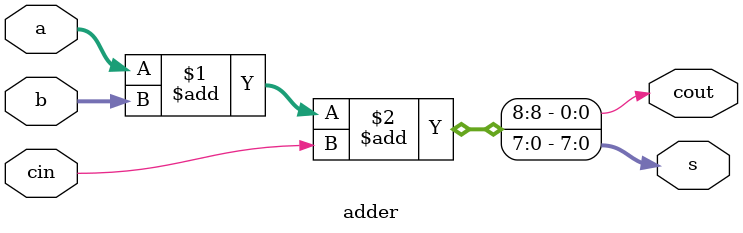
<source format=sv>
module adder #(parameter N = 8) 
					(input logic [N-1:0] a, b,
					input logic cin,
					output logic [N-1:0] s,
					output logic cout);

assign {cout, s} = a+b+ cin;

endmodule
</source>
